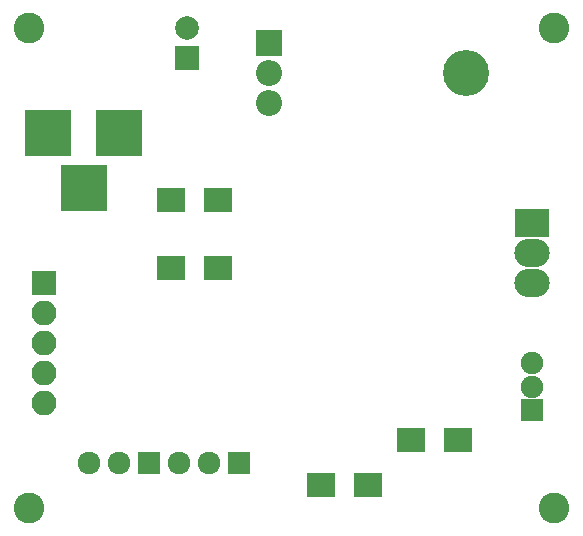
<source format=gbr>
G04 #@! TF.FileFunction,Soldermask,Top*
%FSLAX46Y46*%
G04 Gerber Fmt 4.6, Leading zero omitted, Abs format (unit mm)*
G04 Created by KiCad (PCBNEW 4.0.7) date Sunday, March 04, 2018 'PMt' 09:17:10 PM*
%MOMM*%
%LPD*%
G01*
G04 APERTURE LIST*
%ADD10C,0.100000*%
%ADD11C,2.600000*%
%ADD12R,2.000000X2.000000*%
%ADD13C,2.000000*%
%ADD14R,2.400000X2.100000*%
%ADD15R,3.900000X3.900000*%
%ADD16O,3.900000X3.900000*%
%ADD17R,2.200000X2.200000*%
%ADD18O,2.200000X2.200000*%
%ADD19R,1.900000X1.900000*%
%ADD20C,1.900000*%
%ADD21R,3.000000X2.400000*%
%ADD22O,3.000000X2.400000*%
%ADD23R,2.100000X2.100000*%
%ADD24O,2.100000X2.100000*%
%ADD25C,1.920000*%
%ADD26R,1.920000X1.920000*%
G04 APERTURE END LIST*
D10*
D11*
X97790000Y-16510000D03*
X53340000Y-57150000D03*
X97790000Y-57150000D03*
D12*
X66675000Y-19050000D03*
D13*
X66675000Y-16550000D03*
D14*
X65310000Y-31115000D03*
X69310000Y-31115000D03*
X85630000Y-51435000D03*
X89630000Y-51435000D03*
D15*
X60960000Y-25400000D03*
X54960000Y-25400000D03*
X57960000Y-30100000D03*
D14*
X65310000Y-36830000D03*
X69310000Y-36830000D03*
D16*
X90320000Y-20320000D03*
D17*
X73660000Y-17780000D03*
D18*
X73660000Y-20320000D03*
X73660000Y-22860000D03*
D19*
X95885000Y-48895000D03*
D20*
X95885000Y-46895000D03*
X95885000Y-44895000D03*
D21*
X95885000Y-33020000D03*
D22*
X95885000Y-35560000D03*
X95885000Y-38100000D03*
D14*
X82010000Y-55245000D03*
X78010000Y-55245000D03*
D23*
X54610000Y-38100000D03*
D24*
X54610000Y-40640000D03*
X54610000Y-43180000D03*
X54610000Y-45720000D03*
X54610000Y-48260000D03*
D11*
X53340000Y-16510000D03*
D25*
X60960000Y-53340000D03*
X58420000Y-53340000D03*
D26*
X63500000Y-53340000D03*
D25*
X68580000Y-53340000D03*
X66040000Y-53340000D03*
D26*
X71120000Y-53340000D03*
M02*

</source>
